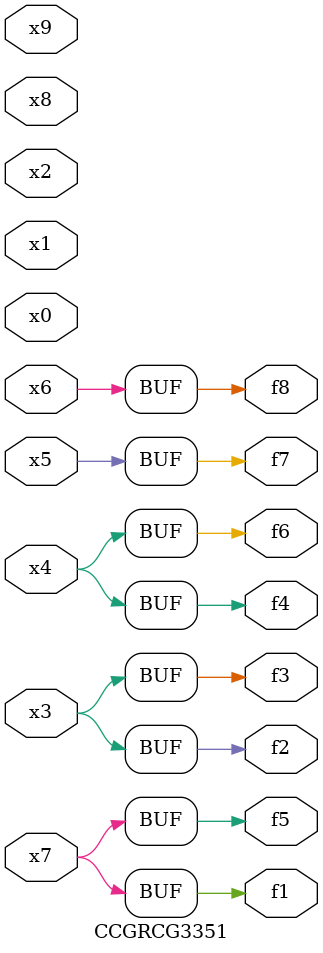
<source format=v>
module CCGRCG3351(
	input x0, x1, x2, x3, x4, x5, x6, x7, x8, x9,
	output f1, f2, f3, f4, f5, f6, f7, f8
);
	assign f1 = x7;
	assign f2 = x3;
	assign f3 = x3;
	assign f4 = x4;
	assign f5 = x7;
	assign f6 = x4;
	assign f7 = x5;
	assign f8 = x6;
endmodule

</source>
